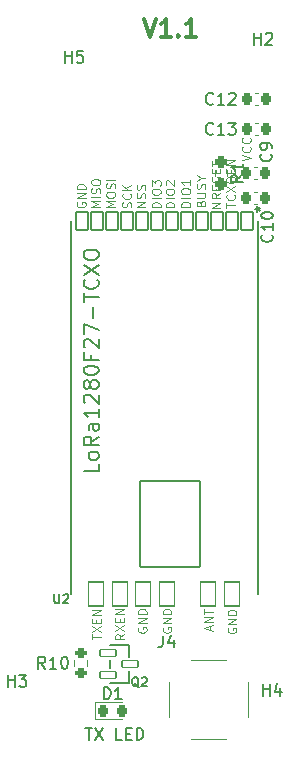
<source format=gto>
%TF.GenerationSoftware,KiCad,Pcbnew,7.0.6*%
%TF.CreationDate,2024-05-06T19:07:49-07:00*%
%TF.ProjectId,2400_TCXO_RPi,32343030-5f54-4435-984f-5f5250692e6b,1.0*%
%TF.SameCoordinates,Original*%
%TF.FileFunction,Legend,Top*%
%TF.FilePolarity,Positive*%
%FSLAX46Y46*%
G04 Gerber Fmt 4.6, Leading zero omitted, Abs format (unit mm)*
G04 Created by KiCad (PCBNEW 7.0.6) date 2024-05-06 19:07:49*
%MOMM*%
%LPD*%
G01*
G04 APERTURE LIST*
G04 Aperture macros list*
%AMRoundRect*
0 Rectangle with rounded corners*
0 $1 Rounding radius*
0 $2 $3 $4 $5 $6 $7 $8 $9 X,Y pos of 4 corners*
0 Add a 4 corners polygon primitive as box body*
4,1,4,$2,$3,$4,$5,$6,$7,$8,$9,$2,$3,0*
0 Add four circle primitives for the rounded corners*
1,1,$1+$1,$2,$3*
1,1,$1+$1,$4,$5*
1,1,$1+$1,$6,$7*
1,1,$1+$1,$8,$9*
0 Add four rect primitives between the rounded corners*
20,1,$1+$1,$2,$3,$4,$5,0*
20,1,$1+$1,$4,$5,$6,$7,0*
20,1,$1+$1,$6,$7,$8,$9,0*
20,1,$1+$1,$8,$9,$2,$3,0*%
G04 Aperture macros list end*
%ADD10C,0.300000*%
%ADD11C,0.100000*%
%ADD12C,0.200000*%
%ADD13C,0.150000*%
%ADD14C,0.154432*%
%ADD15C,0.127000*%
%ADD16C,0.120000*%
%ADD17C,0.152400*%
%ADD18RoundRect,0.237500X-0.237500X0.250000X-0.237500X-0.250000X0.237500X-0.250000X0.237500X0.250000X0*%
%ADD19RoundRect,0.063500X-0.660400X0.279400X-0.660400X-0.279400X0.660400X-0.279400X0.660400X0.279400X0*%
%ADD20C,4.700000*%
%ADD21RoundRect,0.225000X-0.225000X-0.250000X0.225000X-0.250000X0.225000X0.250000X-0.225000X0.250000X0*%
%ADD22RoundRect,0.218750X-0.218750X-0.256250X0.218750X-0.256250X0.218750X0.256250X-0.218750X0.256250X0*%
%ADD23RoundRect,0.063500X-0.487500X0.750000X-0.487500X-0.750000X0.487500X-0.750000X0.487500X0.750000X0*%
%ADD24RoundRect,0.063500X-0.650000X1.000000X-0.650000X-1.000000X0.650000X-1.000000X0.650000X1.000000X0*%
%ADD25RoundRect,0.063500X-2.550000X3.650000X-2.550000X-3.650000X2.550000X-3.650000X2.550000X3.650000X0*%
%ADD26RoundRect,0.200000X0.275000X-0.200000X0.275000X0.200000X-0.275000X0.200000X-0.275000X-0.200000X0*%
%ADD27C,2.050000*%
%ADD28C,2.250000*%
%ADD29R,1.700000X1.700000*%
%ADD30O,1.700000X1.700000*%
G04 APERTURE END LIST*
D10*
X137362225Y-50352828D02*
X137862225Y-51852828D01*
X137862225Y-51852828D02*
X138362225Y-50352828D01*
X139647939Y-51852828D02*
X138790796Y-51852828D01*
X139219367Y-51852828D02*
X139219367Y-50352828D01*
X139219367Y-50352828D02*
X139076510Y-50567114D01*
X139076510Y-50567114D02*
X138933653Y-50709971D01*
X138933653Y-50709971D02*
X138790796Y-50781400D01*
X140290795Y-51709971D02*
X140362224Y-51781400D01*
X140362224Y-51781400D02*
X140290795Y-51852828D01*
X140290795Y-51852828D02*
X140219367Y-51781400D01*
X140219367Y-51781400D02*
X140290795Y-51709971D01*
X140290795Y-51709971D02*
X140290795Y-51852828D01*
X141790796Y-51852828D02*
X140933653Y-51852828D01*
X141362224Y-51852828D02*
X141362224Y-50352828D01*
X141362224Y-50352828D02*
X141219367Y-50567114D01*
X141219367Y-50567114D02*
X141076510Y-50709971D01*
X141076510Y-50709971D02*
X140933653Y-50781400D01*
D11*
X139953014Y-66280639D02*
X139203014Y-66280639D01*
X139203014Y-66280639D02*
X139203014Y-66102068D01*
X139203014Y-66102068D02*
X139238728Y-65994925D01*
X139238728Y-65994925D02*
X139310157Y-65923496D01*
X139310157Y-65923496D02*
X139381585Y-65887782D01*
X139381585Y-65887782D02*
X139524442Y-65852068D01*
X139524442Y-65852068D02*
X139631585Y-65852068D01*
X139631585Y-65852068D02*
X139774442Y-65887782D01*
X139774442Y-65887782D02*
X139845871Y-65923496D01*
X139845871Y-65923496D02*
X139917300Y-65994925D01*
X139917300Y-65994925D02*
X139953014Y-66102068D01*
X139953014Y-66102068D02*
X139953014Y-66280639D01*
X139953014Y-65530639D02*
X139203014Y-65530639D01*
X139203014Y-65030639D02*
X139203014Y-64887782D01*
X139203014Y-64887782D02*
X139238728Y-64816353D01*
X139238728Y-64816353D02*
X139310157Y-64744925D01*
X139310157Y-64744925D02*
X139453014Y-64709210D01*
X139453014Y-64709210D02*
X139703014Y-64709210D01*
X139703014Y-64709210D02*
X139845871Y-64744925D01*
X139845871Y-64744925D02*
X139917300Y-64816353D01*
X139917300Y-64816353D02*
X139953014Y-64887782D01*
X139953014Y-64887782D02*
X139953014Y-65030639D01*
X139953014Y-65030639D02*
X139917300Y-65102068D01*
X139917300Y-65102068D02*
X139845871Y-65173496D01*
X139845871Y-65173496D02*
X139703014Y-65209210D01*
X139703014Y-65209210D02*
X139453014Y-65209210D01*
X139453014Y-65209210D02*
X139310157Y-65173496D01*
X139310157Y-65173496D02*
X139238728Y-65102068D01*
X139238728Y-65102068D02*
X139203014Y-65030639D01*
X139274442Y-64423496D02*
X139238728Y-64387782D01*
X139238728Y-64387782D02*
X139203014Y-64316354D01*
X139203014Y-64316354D02*
X139203014Y-64137782D01*
X139203014Y-64137782D02*
X139238728Y-64066354D01*
X139238728Y-64066354D02*
X139274442Y-64030639D01*
X139274442Y-64030639D02*
X139345871Y-63994925D01*
X139345871Y-63994925D02*
X139417300Y-63994925D01*
X139417300Y-63994925D02*
X139524442Y-64030639D01*
X139524442Y-64030639D02*
X139953014Y-64459211D01*
X139953014Y-64459211D02*
X139953014Y-63994925D01*
X141278014Y-66230639D02*
X140528014Y-66230639D01*
X140528014Y-66230639D02*
X140528014Y-66052068D01*
X140528014Y-66052068D02*
X140563728Y-65944925D01*
X140563728Y-65944925D02*
X140635157Y-65873496D01*
X140635157Y-65873496D02*
X140706585Y-65837782D01*
X140706585Y-65837782D02*
X140849442Y-65802068D01*
X140849442Y-65802068D02*
X140956585Y-65802068D01*
X140956585Y-65802068D02*
X141099442Y-65837782D01*
X141099442Y-65837782D02*
X141170871Y-65873496D01*
X141170871Y-65873496D02*
X141242300Y-65944925D01*
X141242300Y-65944925D02*
X141278014Y-66052068D01*
X141278014Y-66052068D02*
X141278014Y-66230639D01*
X141278014Y-65480639D02*
X140528014Y-65480639D01*
X140528014Y-64980639D02*
X140528014Y-64837782D01*
X140528014Y-64837782D02*
X140563728Y-64766353D01*
X140563728Y-64766353D02*
X140635157Y-64694925D01*
X140635157Y-64694925D02*
X140778014Y-64659210D01*
X140778014Y-64659210D02*
X141028014Y-64659210D01*
X141028014Y-64659210D02*
X141170871Y-64694925D01*
X141170871Y-64694925D02*
X141242300Y-64766353D01*
X141242300Y-64766353D02*
X141278014Y-64837782D01*
X141278014Y-64837782D02*
X141278014Y-64980639D01*
X141278014Y-64980639D02*
X141242300Y-65052068D01*
X141242300Y-65052068D02*
X141170871Y-65123496D01*
X141170871Y-65123496D02*
X141028014Y-65159210D01*
X141028014Y-65159210D02*
X140778014Y-65159210D01*
X140778014Y-65159210D02*
X140635157Y-65123496D01*
X140635157Y-65123496D02*
X140563728Y-65052068D01*
X140563728Y-65052068D02*
X140528014Y-64980639D01*
X141278014Y-63944925D02*
X141278014Y-64373496D01*
X141278014Y-64159211D02*
X140528014Y-64159211D01*
X140528014Y-64159211D02*
X140635157Y-64230639D01*
X140635157Y-64230639D02*
X140706585Y-64302068D01*
X140706585Y-64302068D02*
X140742300Y-64373496D01*
X142185157Y-65955639D02*
X142220871Y-65848496D01*
X142220871Y-65848496D02*
X142256585Y-65812782D01*
X142256585Y-65812782D02*
X142328014Y-65777068D01*
X142328014Y-65777068D02*
X142435157Y-65777068D01*
X142435157Y-65777068D02*
X142506585Y-65812782D01*
X142506585Y-65812782D02*
X142542300Y-65848496D01*
X142542300Y-65848496D02*
X142578014Y-65919925D01*
X142578014Y-65919925D02*
X142578014Y-66205639D01*
X142578014Y-66205639D02*
X141828014Y-66205639D01*
X141828014Y-66205639D02*
X141828014Y-65955639D01*
X141828014Y-65955639D02*
X141863728Y-65884211D01*
X141863728Y-65884211D02*
X141899442Y-65848496D01*
X141899442Y-65848496D02*
X141970871Y-65812782D01*
X141970871Y-65812782D02*
X142042300Y-65812782D01*
X142042300Y-65812782D02*
X142113728Y-65848496D01*
X142113728Y-65848496D02*
X142149442Y-65884211D01*
X142149442Y-65884211D02*
X142185157Y-65955639D01*
X142185157Y-65955639D02*
X142185157Y-66205639D01*
X141828014Y-65455639D02*
X142435157Y-65455639D01*
X142435157Y-65455639D02*
X142506585Y-65419925D01*
X142506585Y-65419925D02*
X142542300Y-65384211D01*
X142542300Y-65384211D02*
X142578014Y-65312782D01*
X142578014Y-65312782D02*
X142578014Y-65169925D01*
X142578014Y-65169925D02*
X142542300Y-65098496D01*
X142542300Y-65098496D02*
X142506585Y-65062782D01*
X142506585Y-65062782D02*
X142435157Y-65027068D01*
X142435157Y-65027068D02*
X141828014Y-65027068D01*
X142542300Y-64705639D02*
X142578014Y-64598497D01*
X142578014Y-64598497D02*
X142578014Y-64419925D01*
X142578014Y-64419925D02*
X142542300Y-64348497D01*
X142542300Y-64348497D02*
X142506585Y-64312782D01*
X142506585Y-64312782D02*
X142435157Y-64277068D01*
X142435157Y-64277068D02*
X142363728Y-64277068D01*
X142363728Y-64277068D02*
X142292300Y-64312782D01*
X142292300Y-64312782D02*
X142256585Y-64348497D01*
X142256585Y-64348497D02*
X142220871Y-64419925D01*
X142220871Y-64419925D02*
X142185157Y-64562782D01*
X142185157Y-64562782D02*
X142149442Y-64634211D01*
X142149442Y-64634211D02*
X142113728Y-64669925D01*
X142113728Y-64669925D02*
X142042300Y-64705639D01*
X142042300Y-64705639D02*
X141970871Y-64705639D01*
X141970871Y-64705639D02*
X141899442Y-64669925D01*
X141899442Y-64669925D02*
X141863728Y-64634211D01*
X141863728Y-64634211D02*
X141828014Y-64562782D01*
X141828014Y-64562782D02*
X141828014Y-64384211D01*
X141828014Y-64384211D02*
X141863728Y-64277068D01*
X142220871Y-63812782D02*
X142578014Y-63812782D01*
X141828014Y-64062782D02*
X142220871Y-63812782D01*
X142220871Y-63812782D02*
X141828014Y-63562782D01*
X136267300Y-66291353D02*
X136303014Y-66184211D01*
X136303014Y-66184211D02*
X136303014Y-66005639D01*
X136303014Y-66005639D02*
X136267300Y-65934211D01*
X136267300Y-65934211D02*
X136231585Y-65898496D01*
X136231585Y-65898496D02*
X136160157Y-65862782D01*
X136160157Y-65862782D02*
X136088728Y-65862782D01*
X136088728Y-65862782D02*
X136017300Y-65898496D01*
X136017300Y-65898496D02*
X135981585Y-65934211D01*
X135981585Y-65934211D02*
X135945871Y-66005639D01*
X135945871Y-66005639D02*
X135910157Y-66148496D01*
X135910157Y-66148496D02*
X135874442Y-66219925D01*
X135874442Y-66219925D02*
X135838728Y-66255639D01*
X135838728Y-66255639D02*
X135767300Y-66291353D01*
X135767300Y-66291353D02*
X135695871Y-66291353D01*
X135695871Y-66291353D02*
X135624442Y-66255639D01*
X135624442Y-66255639D02*
X135588728Y-66219925D01*
X135588728Y-66219925D02*
X135553014Y-66148496D01*
X135553014Y-66148496D02*
X135553014Y-65969925D01*
X135553014Y-65969925D02*
X135588728Y-65862782D01*
X136231585Y-65112782D02*
X136267300Y-65148496D01*
X136267300Y-65148496D02*
X136303014Y-65255639D01*
X136303014Y-65255639D02*
X136303014Y-65327067D01*
X136303014Y-65327067D02*
X136267300Y-65434210D01*
X136267300Y-65434210D02*
X136195871Y-65505639D01*
X136195871Y-65505639D02*
X136124442Y-65541353D01*
X136124442Y-65541353D02*
X135981585Y-65577067D01*
X135981585Y-65577067D02*
X135874442Y-65577067D01*
X135874442Y-65577067D02*
X135731585Y-65541353D01*
X135731585Y-65541353D02*
X135660157Y-65505639D01*
X135660157Y-65505639D02*
X135588728Y-65434210D01*
X135588728Y-65434210D02*
X135553014Y-65327067D01*
X135553014Y-65327067D02*
X135553014Y-65255639D01*
X135553014Y-65255639D02*
X135588728Y-65148496D01*
X135588728Y-65148496D02*
X135624442Y-65112782D01*
X136303014Y-64791353D02*
X135553014Y-64791353D01*
X136303014Y-64362782D02*
X135874442Y-64684210D01*
X135553014Y-64362782D02*
X135981585Y-64791353D01*
X144353014Y-66312782D02*
X144353014Y-65884211D01*
X145103014Y-66098496D02*
X144353014Y-66098496D01*
X145031585Y-65205639D02*
X145067300Y-65241353D01*
X145067300Y-65241353D02*
X145103014Y-65348496D01*
X145103014Y-65348496D02*
X145103014Y-65419924D01*
X145103014Y-65419924D02*
X145067300Y-65527067D01*
X145067300Y-65527067D02*
X144995871Y-65598496D01*
X144995871Y-65598496D02*
X144924442Y-65634210D01*
X144924442Y-65634210D02*
X144781585Y-65669924D01*
X144781585Y-65669924D02*
X144674442Y-65669924D01*
X144674442Y-65669924D02*
X144531585Y-65634210D01*
X144531585Y-65634210D02*
X144460157Y-65598496D01*
X144460157Y-65598496D02*
X144388728Y-65527067D01*
X144388728Y-65527067D02*
X144353014Y-65419924D01*
X144353014Y-65419924D02*
X144353014Y-65348496D01*
X144353014Y-65348496D02*
X144388728Y-65241353D01*
X144388728Y-65241353D02*
X144424442Y-65205639D01*
X144353014Y-64955639D02*
X145103014Y-64455639D01*
X144353014Y-64455639D02*
X145103014Y-64955639D01*
X144353014Y-64027067D02*
X144353014Y-63884210D01*
X144353014Y-63884210D02*
X144388728Y-63812781D01*
X144388728Y-63812781D02*
X144460157Y-63741353D01*
X144460157Y-63741353D02*
X144603014Y-63705638D01*
X144603014Y-63705638D02*
X144853014Y-63705638D01*
X144853014Y-63705638D02*
X144995871Y-63741353D01*
X144995871Y-63741353D02*
X145067300Y-63812781D01*
X145067300Y-63812781D02*
X145103014Y-63884210D01*
X145103014Y-63884210D02*
X145103014Y-64027067D01*
X145103014Y-64027067D02*
X145067300Y-64098496D01*
X145067300Y-64098496D02*
X144995871Y-64169924D01*
X144995871Y-64169924D02*
X144853014Y-64205638D01*
X144853014Y-64205638D02*
X144603014Y-64205638D01*
X144603014Y-64205638D02*
X144460157Y-64169924D01*
X144460157Y-64169924D02*
X144388728Y-64098496D01*
X144388728Y-64098496D02*
X144353014Y-64027067D01*
X144710157Y-63384210D02*
X144710157Y-63134210D01*
X145103014Y-63027067D02*
X145103014Y-63384210D01*
X145103014Y-63384210D02*
X144353014Y-63384210D01*
X144353014Y-63384210D02*
X144353014Y-63027067D01*
X145103014Y-62705639D02*
X144353014Y-62705639D01*
X144353014Y-62705639D02*
X145103014Y-62277068D01*
X145103014Y-62277068D02*
X144353014Y-62277068D01*
X138988728Y-101862782D02*
X138953014Y-101934211D01*
X138953014Y-101934211D02*
X138953014Y-102041353D01*
X138953014Y-102041353D02*
X138988728Y-102148496D01*
X138988728Y-102148496D02*
X139060157Y-102219925D01*
X139060157Y-102219925D02*
X139131585Y-102255639D01*
X139131585Y-102255639D02*
X139274442Y-102291353D01*
X139274442Y-102291353D02*
X139381585Y-102291353D01*
X139381585Y-102291353D02*
X139524442Y-102255639D01*
X139524442Y-102255639D02*
X139595871Y-102219925D01*
X139595871Y-102219925D02*
X139667300Y-102148496D01*
X139667300Y-102148496D02*
X139703014Y-102041353D01*
X139703014Y-102041353D02*
X139703014Y-101969925D01*
X139703014Y-101969925D02*
X139667300Y-101862782D01*
X139667300Y-101862782D02*
X139631585Y-101827068D01*
X139631585Y-101827068D02*
X139381585Y-101827068D01*
X139381585Y-101827068D02*
X139381585Y-101969925D01*
X139703014Y-101505639D02*
X138953014Y-101505639D01*
X138953014Y-101505639D02*
X139703014Y-101077068D01*
X139703014Y-101077068D02*
X138953014Y-101077068D01*
X139703014Y-100719925D02*
X138953014Y-100719925D01*
X138953014Y-100719925D02*
X138953014Y-100541354D01*
X138953014Y-100541354D02*
X138988728Y-100434211D01*
X138988728Y-100434211D02*
X139060157Y-100362782D01*
X139060157Y-100362782D02*
X139131585Y-100327068D01*
X139131585Y-100327068D02*
X139274442Y-100291354D01*
X139274442Y-100291354D02*
X139381585Y-100291354D01*
X139381585Y-100291354D02*
X139524442Y-100327068D01*
X139524442Y-100327068D02*
X139595871Y-100362782D01*
X139595871Y-100362782D02*
X139667300Y-100434211D01*
X139667300Y-100434211D02*
X139703014Y-100541354D01*
X139703014Y-100541354D02*
X139703014Y-100719925D01*
X134928014Y-66280639D02*
X134178014Y-66280639D01*
X134178014Y-66280639D02*
X134713728Y-66030639D01*
X134713728Y-66030639D02*
X134178014Y-65780639D01*
X134178014Y-65780639D02*
X134928014Y-65780639D01*
X134178014Y-65280639D02*
X134178014Y-65137782D01*
X134178014Y-65137782D02*
X134213728Y-65066353D01*
X134213728Y-65066353D02*
X134285157Y-64994925D01*
X134285157Y-64994925D02*
X134428014Y-64959210D01*
X134428014Y-64959210D02*
X134678014Y-64959210D01*
X134678014Y-64959210D02*
X134820871Y-64994925D01*
X134820871Y-64994925D02*
X134892300Y-65066353D01*
X134892300Y-65066353D02*
X134928014Y-65137782D01*
X134928014Y-65137782D02*
X134928014Y-65280639D01*
X134928014Y-65280639D02*
X134892300Y-65352068D01*
X134892300Y-65352068D02*
X134820871Y-65423496D01*
X134820871Y-65423496D02*
X134678014Y-65459210D01*
X134678014Y-65459210D02*
X134428014Y-65459210D01*
X134428014Y-65459210D02*
X134285157Y-65423496D01*
X134285157Y-65423496D02*
X134213728Y-65352068D01*
X134213728Y-65352068D02*
X134178014Y-65280639D01*
X134892300Y-64673496D02*
X134928014Y-64566354D01*
X134928014Y-64566354D02*
X134928014Y-64387782D01*
X134928014Y-64387782D02*
X134892300Y-64316354D01*
X134892300Y-64316354D02*
X134856585Y-64280639D01*
X134856585Y-64280639D02*
X134785157Y-64244925D01*
X134785157Y-64244925D02*
X134713728Y-64244925D01*
X134713728Y-64244925D02*
X134642300Y-64280639D01*
X134642300Y-64280639D02*
X134606585Y-64316354D01*
X134606585Y-64316354D02*
X134570871Y-64387782D01*
X134570871Y-64387782D02*
X134535157Y-64530639D01*
X134535157Y-64530639D02*
X134499442Y-64602068D01*
X134499442Y-64602068D02*
X134463728Y-64637782D01*
X134463728Y-64637782D02*
X134392300Y-64673496D01*
X134392300Y-64673496D02*
X134320871Y-64673496D01*
X134320871Y-64673496D02*
X134249442Y-64637782D01*
X134249442Y-64637782D02*
X134213728Y-64602068D01*
X134213728Y-64602068D02*
X134178014Y-64530639D01*
X134178014Y-64530639D02*
X134178014Y-64352068D01*
X134178014Y-64352068D02*
X134213728Y-64244925D01*
X134928014Y-63923496D02*
X134178014Y-63923496D01*
X137503014Y-66255639D02*
X136753014Y-66255639D01*
X136753014Y-66255639D02*
X137503014Y-65827068D01*
X137503014Y-65827068D02*
X136753014Y-65827068D01*
X137467300Y-65505639D02*
X137503014Y-65398497D01*
X137503014Y-65398497D02*
X137503014Y-65219925D01*
X137503014Y-65219925D02*
X137467300Y-65148497D01*
X137467300Y-65148497D02*
X137431585Y-65112782D01*
X137431585Y-65112782D02*
X137360157Y-65077068D01*
X137360157Y-65077068D02*
X137288728Y-65077068D01*
X137288728Y-65077068D02*
X137217300Y-65112782D01*
X137217300Y-65112782D02*
X137181585Y-65148497D01*
X137181585Y-65148497D02*
X137145871Y-65219925D01*
X137145871Y-65219925D02*
X137110157Y-65362782D01*
X137110157Y-65362782D02*
X137074442Y-65434211D01*
X137074442Y-65434211D02*
X137038728Y-65469925D01*
X137038728Y-65469925D02*
X136967300Y-65505639D01*
X136967300Y-65505639D02*
X136895871Y-65505639D01*
X136895871Y-65505639D02*
X136824442Y-65469925D01*
X136824442Y-65469925D02*
X136788728Y-65434211D01*
X136788728Y-65434211D02*
X136753014Y-65362782D01*
X136753014Y-65362782D02*
X136753014Y-65184211D01*
X136753014Y-65184211D02*
X136788728Y-65077068D01*
X137467300Y-64791353D02*
X137503014Y-64684211D01*
X137503014Y-64684211D02*
X137503014Y-64505639D01*
X137503014Y-64505639D02*
X137467300Y-64434211D01*
X137467300Y-64434211D02*
X137431585Y-64398496D01*
X137431585Y-64398496D02*
X137360157Y-64362782D01*
X137360157Y-64362782D02*
X137288728Y-64362782D01*
X137288728Y-64362782D02*
X137217300Y-64398496D01*
X137217300Y-64398496D02*
X137181585Y-64434211D01*
X137181585Y-64434211D02*
X137145871Y-64505639D01*
X137145871Y-64505639D02*
X137110157Y-64648496D01*
X137110157Y-64648496D02*
X137074442Y-64719925D01*
X137074442Y-64719925D02*
X137038728Y-64755639D01*
X137038728Y-64755639D02*
X136967300Y-64791353D01*
X136967300Y-64791353D02*
X136895871Y-64791353D01*
X136895871Y-64791353D02*
X136824442Y-64755639D01*
X136824442Y-64755639D02*
X136788728Y-64719925D01*
X136788728Y-64719925D02*
X136753014Y-64648496D01*
X136753014Y-64648496D02*
X136753014Y-64469925D01*
X136753014Y-64469925D02*
X136788728Y-64362782D01*
X133678014Y-66280639D02*
X132928014Y-66280639D01*
X132928014Y-66280639D02*
X133463728Y-66030639D01*
X133463728Y-66030639D02*
X132928014Y-65780639D01*
X132928014Y-65780639D02*
X133678014Y-65780639D01*
X133678014Y-65423496D02*
X132928014Y-65423496D01*
X133642300Y-65102067D02*
X133678014Y-64994925D01*
X133678014Y-64994925D02*
X133678014Y-64816353D01*
X133678014Y-64816353D02*
X133642300Y-64744925D01*
X133642300Y-64744925D02*
X133606585Y-64709210D01*
X133606585Y-64709210D02*
X133535157Y-64673496D01*
X133535157Y-64673496D02*
X133463728Y-64673496D01*
X133463728Y-64673496D02*
X133392300Y-64709210D01*
X133392300Y-64709210D02*
X133356585Y-64744925D01*
X133356585Y-64744925D02*
X133320871Y-64816353D01*
X133320871Y-64816353D02*
X133285157Y-64959210D01*
X133285157Y-64959210D02*
X133249442Y-65030639D01*
X133249442Y-65030639D02*
X133213728Y-65066353D01*
X133213728Y-65066353D02*
X133142300Y-65102067D01*
X133142300Y-65102067D02*
X133070871Y-65102067D01*
X133070871Y-65102067D02*
X132999442Y-65066353D01*
X132999442Y-65066353D02*
X132963728Y-65030639D01*
X132963728Y-65030639D02*
X132928014Y-64959210D01*
X132928014Y-64959210D02*
X132928014Y-64780639D01*
X132928014Y-64780639D02*
X132963728Y-64673496D01*
X132928014Y-64209210D02*
X132928014Y-64066353D01*
X132928014Y-64066353D02*
X132963728Y-63994924D01*
X132963728Y-63994924D02*
X133035157Y-63923496D01*
X133035157Y-63923496D02*
X133178014Y-63887781D01*
X133178014Y-63887781D02*
X133428014Y-63887781D01*
X133428014Y-63887781D02*
X133570871Y-63923496D01*
X133570871Y-63923496D02*
X133642300Y-63994924D01*
X133642300Y-63994924D02*
X133678014Y-64066353D01*
X133678014Y-64066353D02*
X133678014Y-64209210D01*
X133678014Y-64209210D02*
X133642300Y-64280639D01*
X133642300Y-64280639D02*
X133570871Y-64352067D01*
X133570871Y-64352067D02*
X133428014Y-64387781D01*
X133428014Y-64387781D02*
X133178014Y-64387781D01*
X133178014Y-64387781D02*
X133035157Y-64352067D01*
X133035157Y-64352067D02*
X132963728Y-64280639D01*
X132963728Y-64280639D02*
X132928014Y-64209210D01*
X135703014Y-102427068D02*
X135345871Y-102677068D01*
X135703014Y-102855639D02*
X134953014Y-102855639D01*
X134953014Y-102855639D02*
X134953014Y-102569925D01*
X134953014Y-102569925D02*
X134988728Y-102498496D01*
X134988728Y-102498496D02*
X135024442Y-102462782D01*
X135024442Y-102462782D02*
X135095871Y-102427068D01*
X135095871Y-102427068D02*
X135203014Y-102427068D01*
X135203014Y-102427068D02*
X135274442Y-102462782D01*
X135274442Y-102462782D02*
X135310157Y-102498496D01*
X135310157Y-102498496D02*
X135345871Y-102569925D01*
X135345871Y-102569925D02*
X135345871Y-102855639D01*
X134953014Y-102177068D02*
X135703014Y-101677068D01*
X134953014Y-101677068D02*
X135703014Y-102177068D01*
X135310157Y-101391353D02*
X135310157Y-101141353D01*
X135703014Y-101034210D02*
X135703014Y-101391353D01*
X135703014Y-101391353D02*
X134953014Y-101391353D01*
X134953014Y-101391353D02*
X134953014Y-101034210D01*
X135703014Y-100712782D02*
X134953014Y-100712782D01*
X134953014Y-100712782D02*
X135703014Y-100284211D01*
X135703014Y-100284211D02*
X134953014Y-100284211D01*
X131713728Y-65862782D02*
X131678014Y-65934211D01*
X131678014Y-65934211D02*
X131678014Y-66041353D01*
X131678014Y-66041353D02*
X131713728Y-66148496D01*
X131713728Y-66148496D02*
X131785157Y-66219925D01*
X131785157Y-66219925D02*
X131856585Y-66255639D01*
X131856585Y-66255639D02*
X131999442Y-66291353D01*
X131999442Y-66291353D02*
X132106585Y-66291353D01*
X132106585Y-66291353D02*
X132249442Y-66255639D01*
X132249442Y-66255639D02*
X132320871Y-66219925D01*
X132320871Y-66219925D02*
X132392300Y-66148496D01*
X132392300Y-66148496D02*
X132428014Y-66041353D01*
X132428014Y-66041353D02*
X132428014Y-65969925D01*
X132428014Y-65969925D02*
X132392300Y-65862782D01*
X132392300Y-65862782D02*
X132356585Y-65827068D01*
X132356585Y-65827068D02*
X132106585Y-65827068D01*
X132106585Y-65827068D02*
X132106585Y-65969925D01*
X132428014Y-65505639D02*
X131678014Y-65505639D01*
X131678014Y-65505639D02*
X132428014Y-65077068D01*
X132428014Y-65077068D02*
X131678014Y-65077068D01*
X132428014Y-64719925D02*
X131678014Y-64719925D01*
X131678014Y-64719925D02*
X131678014Y-64541354D01*
X131678014Y-64541354D02*
X131713728Y-64434211D01*
X131713728Y-64434211D02*
X131785157Y-64362782D01*
X131785157Y-64362782D02*
X131856585Y-64327068D01*
X131856585Y-64327068D02*
X131999442Y-64291354D01*
X131999442Y-64291354D02*
X132106585Y-64291354D01*
X132106585Y-64291354D02*
X132249442Y-64327068D01*
X132249442Y-64327068D02*
X132320871Y-64362782D01*
X132320871Y-64362782D02*
X132392300Y-64434211D01*
X132392300Y-64434211D02*
X132428014Y-64541354D01*
X132428014Y-64541354D02*
X132428014Y-64719925D01*
X138778014Y-66280639D02*
X138028014Y-66280639D01*
X138028014Y-66280639D02*
X138028014Y-66102068D01*
X138028014Y-66102068D02*
X138063728Y-65994925D01*
X138063728Y-65994925D02*
X138135157Y-65923496D01*
X138135157Y-65923496D02*
X138206585Y-65887782D01*
X138206585Y-65887782D02*
X138349442Y-65852068D01*
X138349442Y-65852068D02*
X138456585Y-65852068D01*
X138456585Y-65852068D02*
X138599442Y-65887782D01*
X138599442Y-65887782D02*
X138670871Y-65923496D01*
X138670871Y-65923496D02*
X138742300Y-65994925D01*
X138742300Y-65994925D02*
X138778014Y-66102068D01*
X138778014Y-66102068D02*
X138778014Y-66280639D01*
X138778014Y-65530639D02*
X138028014Y-65530639D01*
X138028014Y-65030639D02*
X138028014Y-64887782D01*
X138028014Y-64887782D02*
X138063728Y-64816353D01*
X138063728Y-64816353D02*
X138135157Y-64744925D01*
X138135157Y-64744925D02*
X138278014Y-64709210D01*
X138278014Y-64709210D02*
X138528014Y-64709210D01*
X138528014Y-64709210D02*
X138670871Y-64744925D01*
X138670871Y-64744925D02*
X138742300Y-64816353D01*
X138742300Y-64816353D02*
X138778014Y-64887782D01*
X138778014Y-64887782D02*
X138778014Y-65030639D01*
X138778014Y-65030639D02*
X138742300Y-65102068D01*
X138742300Y-65102068D02*
X138670871Y-65173496D01*
X138670871Y-65173496D02*
X138528014Y-65209210D01*
X138528014Y-65209210D02*
X138278014Y-65209210D01*
X138278014Y-65209210D02*
X138135157Y-65173496D01*
X138135157Y-65173496D02*
X138063728Y-65102068D01*
X138063728Y-65102068D02*
X138028014Y-65030639D01*
X138028014Y-64459211D02*
X138028014Y-63994925D01*
X138028014Y-63994925D02*
X138313728Y-64244925D01*
X138313728Y-64244925D02*
X138313728Y-64137782D01*
X138313728Y-64137782D02*
X138349442Y-64066354D01*
X138349442Y-64066354D02*
X138385157Y-64030639D01*
X138385157Y-64030639D02*
X138456585Y-63994925D01*
X138456585Y-63994925D02*
X138635157Y-63994925D01*
X138635157Y-63994925D02*
X138706585Y-64030639D01*
X138706585Y-64030639D02*
X138742300Y-64066354D01*
X138742300Y-64066354D02*
X138778014Y-64137782D01*
X138778014Y-64137782D02*
X138778014Y-64352068D01*
X138778014Y-64352068D02*
X138742300Y-64423496D01*
X138742300Y-64423496D02*
X138706585Y-64459211D01*
X143853014Y-66305639D02*
X143103014Y-66305639D01*
X143103014Y-66305639D02*
X143853014Y-65877068D01*
X143853014Y-65877068D02*
X143103014Y-65877068D01*
X143853014Y-65091354D02*
X143495871Y-65341354D01*
X143853014Y-65519925D02*
X143103014Y-65519925D01*
X143103014Y-65519925D02*
X143103014Y-65234211D01*
X143103014Y-65234211D02*
X143138728Y-65162782D01*
X143138728Y-65162782D02*
X143174442Y-65127068D01*
X143174442Y-65127068D02*
X143245871Y-65091354D01*
X143245871Y-65091354D02*
X143353014Y-65091354D01*
X143353014Y-65091354D02*
X143424442Y-65127068D01*
X143424442Y-65127068D02*
X143460157Y-65162782D01*
X143460157Y-65162782D02*
X143495871Y-65234211D01*
X143495871Y-65234211D02*
X143495871Y-65519925D01*
X143460157Y-64769925D02*
X143460157Y-64519925D01*
X143853014Y-64412782D02*
X143853014Y-64769925D01*
X143853014Y-64769925D02*
X143103014Y-64769925D01*
X143103014Y-64769925D02*
X143103014Y-64412782D01*
X143817300Y-64127068D02*
X143853014Y-64019926D01*
X143853014Y-64019926D02*
X143853014Y-63841354D01*
X143853014Y-63841354D02*
X143817300Y-63769926D01*
X143817300Y-63769926D02*
X143781585Y-63734211D01*
X143781585Y-63734211D02*
X143710157Y-63698497D01*
X143710157Y-63698497D02*
X143638728Y-63698497D01*
X143638728Y-63698497D02*
X143567300Y-63734211D01*
X143567300Y-63734211D02*
X143531585Y-63769926D01*
X143531585Y-63769926D02*
X143495871Y-63841354D01*
X143495871Y-63841354D02*
X143460157Y-63984211D01*
X143460157Y-63984211D02*
X143424442Y-64055640D01*
X143424442Y-64055640D02*
X143388728Y-64091354D01*
X143388728Y-64091354D02*
X143317300Y-64127068D01*
X143317300Y-64127068D02*
X143245871Y-64127068D01*
X143245871Y-64127068D02*
X143174442Y-64091354D01*
X143174442Y-64091354D02*
X143138728Y-64055640D01*
X143138728Y-64055640D02*
X143103014Y-63984211D01*
X143103014Y-63984211D02*
X143103014Y-63805640D01*
X143103014Y-63805640D02*
X143138728Y-63698497D01*
X143460157Y-63377068D02*
X143460157Y-63127068D01*
X143853014Y-63019925D02*
X143853014Y-63377068D01*
X143853014Y-63377068D02*
X143103014Y-63377068D01*
X143103014Y-63377068D02*
X143103014Y-63019925D01*
X143103014Y-62805640D02*
X143103014Y-62377069D01*
X143853014Y-62591354D02*
X143103014Y-62591354D01*
X144488728Y-101917782D02*
X144453014Y-101989211D01*
X144453014Y-101989211D02*
X144453014Y-102096353D01*
X144453014Y-102096353D02*
X144488728Y-102203496D01*
X144488728Y-102203496D02*
X144560157Y-102274925D01*
X144560157Y-102274925D02*
X144631585Y-102310639D01*
X144631585Y-102310639D02*
X144774442Y-102346353D01*
X144774442Y-102346353D02*
X144881585Y-102346353D01*
X144881585Y-102346353D02*
X145024442Y-102310639D01*
X145024442Y-102310639D02*
X145095871Y-102274925D01*
X145095871Y-102274925D02*
X145167300Y-102203496D01*
X145167300Y-102203496D02*
X145203014Y-102096353D01*
X145203014Y-102096353D02*
X145203014Y-102024925D01*
X145203014Y-102024925D02*
X145167300Y-101917782D01*
X145167300Y-101917782D02*
X145131585Y-101882068D01*
X145131585Y-101882068D02*
X144881585Y-101882068D01*
X144881585Y-101882068D02*
X144881585Y-102024925D01*
X145203014Y-101560639D02*
X144453014Y-101560639D01*
X144453014Y-101560639D02*
X145203014Y-101132068D01*
X145203014Y-101132068D02*
X144453014Y-101132068D01*
X145203014Y-100774925D02*
X144453014Y-100774925D01*
X144453014Y-100774925D02*
X144453014Y-100596354D01*
X144453014Y-100596354D02*
X144488728Y-100489211D01*
X144488728Y-100489211D02*
X144560157Y-100417782D01*
X144560157Y-100417782D02*
X144631585Y-100382068D01*
X144631585Y-100382068D02*
X144774442Y-100346354D01*
X144774442Y-100346354D02*
X144881585Y-100346354D01*
X144881585Y-100346354D02*
X145024442Y-100382068D01*
X145024442Y-100382068D02*
X145095871Y-100417782D01*
X145095871Y-100417782D02*
X145167300Y-100489211D01*
X145167300Y-100489211D02*
X145203014Y-100596354D01*
X145203014Y-100596354D02*
X145203014Y-100774925D01*
D12*
X132422816Y-110355219D02*
X132994244Y-110355219D01*
X132708530Y-111355219D02*
X132708530Y-110355219D01*
X133232340Y-110355219D02*
X133899006Y-111355219D01*
X133899006Y-110355219D02*
X133232340Y-111355219D01*
X135518054Y-111355219D02*
X135041864Y-111355219D01*
X135041864Y-111355219D02*
X135041864Y-110355219D01*
X135851388Y-110831409D02*
X136184721Y-110831409D01*
X136327578Y-111355219D02*
X135851388Y-111355219D01*
X135851388Y-111355219D02*
X135851388Y-110355219D01*
X135851388Y-110355219D02*
X136327578Y-110355219D01*
X136756150Y-111355219D02*
X136756150Y-110355219D01*
X136756150Y-110355219D02*
X136994245Y-110355219D01*
X136994245Y-110355219D02*
X137137102Y-110402838D01*
X137137102Y-110402838D02*
X137232340Y-110498076D01*
X137232340Y-110498076D02*
X137279959Y-110593314D01*
X137279959Y-110593314D02*
X137327578Y-110783790D01*
X137327578Y-110783790D02*
X137327578Y-110926647D01*
X137327578Y-110926647D02*
X137279959Y-111117123D01*
X137279959Y-111117123D02*
X137232340Y-111212361D01*
X137232340Y-111212361D02*
X137137102Y-111307600D01*
X137137102Y-111307600D02*
X136994245Y-111355219D01*
X136994245Y-111355219D02*
X136756150Y-111355219D01*
D11*
X142988728Y-102091353D02*
X142988728Y-101734211D01*
X143203014Y-102162782D02*
X142453014Y-101912782D01*
X142453014Y-101912782D02*
X143203014Y-101662782D01*
X143203014Y-101412782D02*
X142453014Y-101412782D01*
X142453014Y-101412782D02*
X143203014Y-100984211D01*
X143203014Y-100984211D02*
X142453014Y-100984211D01*
X142453014Y-100734211D02*
X142453014Y-100305640D01*
X143203014Y-100519925D02*
X142453014Y-100519925D01*
X132953014Y-102862782D02*
X132953014Y-102434211D01*
X133703014Y-102648496D02*
X132953014Y-102648496D01*
X132953014Y-102255639D02*
X133703014Y-101755639D01*
X132953014Y-101755639D02*
X133703014Y-102255639D01*
X133310157Y-101469924D02*
X133310157Y-101219924D01*
X133703014Y-101112781D02*
X133703014Y-101469924D01*
X133703014Y-101469924D02*
X132953014Y-101469924D01*
X132953014Y-101469924D02*
X132953014Y-101112781D01*
X133703014Y-100791353D02*
X132953014Y-100791353D01*
X132953014Y-100791353D02*
X133703014Y-100362782D01*
X133703014Y-100362782D02*
X132953014Y-100362782D01*
X145678014Y-62312782D02*
X146428014Y-62062782D01*
X146428014Y-62062782D02*
X145678014Y-61812782D01*
X146356585Y-61134211D02*
X146392300Y-61169925D01*
X146392300Y-61169925D02*
X146428014Y-61277068D01*
X146428014Y-61277068D02*
X146428014Y-61348496D01*
X146428014Y-61348496D02*
X146392300Y-61455639D01*
X146392300Y-61455639D02*
X146320871Y-61527068D01*
X146320871Y-61527068D02*
X146249442Y-61562782D01*
X146249442Y-61562782D02*
X146106585Y-61598496D01*
X146106585Y-61598496D02*
X145999442Y-61598496D01*
X145999442Y-61598496D02*
X145856585Y-61562782D01*
X145856585Y-61562782D02*
X145785157Y-61527068D01*
X145785157Y-61527068D02*
X145713728Y-61455639D01*
X145713728Y-61455639D02*
X145678014Y-61348496D01*
X145678014Y-61348496D02*
X145678014Y-61277068D01*
X145678014Y-61277068D02*
X145713728Y-61169925D01*
X145713728Y-61169925D02*
X145749442Y-61134211D01*
X146356585Y-60384211D02*
X146392300Y-60419925D01*
X146392300Y-60419925D02*
X146428014Y-60527068D01*
X146428014Y-60527068D02*
X146428014Y-60598496D01*
X146428014Y-60598496D02*
X146392300Y-60705639D01*
X146392300Y-60705639D02*
X146320871Y-60777068D01*
X146320871Y-60777068D02*
X146249442Y-60812782D01*
X146249442Y-60812782D02*
X146106585Y-60848496D01*
X146106585Y-60848496D02*
X145999442Y-60848496D01*
X145999442Y-60848496D02*
X145856585Y-60812782D01*
X145856585Y-60812782D02*
X145785157Y-60777068D01*
X145785157Y-60777068D02*
X145713728Y-60705639D01*
X145713728Y-60705639D02*
X145678014Y-60598496D01*
X145678014Y-60598496D02*
X145678014Y-60527068D01*
X145678014Y-60527068D02*
X145713728Y-60419925D01*
X145713728Y-60419925D02*
X145749442Y-60384211D01*
X136888728Y-101862782D02*
X136853014Y-101934211D01*
X136853014Y-101934211D02*
X136853014Y-102041353D01*
X136853014Y-102041353D02*
X136888728Y-102148496D01*
X136888728Y-102148496D02*
X136960157Y-102219925D01*
X136960157Y-102219925D02*
X137031585Y-102255639D01*
X137031585Y-102255639D02*
X137174442Y-102291353D01*
X137174442Y-102291353D02*
X137281585Y-102291353D01*
X137281585Y-102291353D02*
X137424442Y-102255639D01*
X137424442Y-102255639D02*
X137495871Y-102219925D01*
X137495871Y-102219925D02*
X137567300Y-102148496D01*
X137567300Y-102148496D02*
X137603014Y-102041353D01*
X137603014Y-102041353D02*
X137603014Y-101969925D01*
X137603014Y-101969925D02*
X137567300Y-101862782D01*
X137567300Y-101862782D02*
X137531585Y-101827068D01*
X137531585Y-101827068D02*
X137281585Y-101827068D01*
X137281585Y-101827068D02*
X137281585Y-101969925D01*
X137603014Y-101505639D02*
X136853014Y-101505639D01*
X136853014Y-101505639D02*
X137603014Y-101077068D01*
X137603014Y-101077068D02*
X136853014Y-101077068D01*
X137603014Y-100719925D02*
X136853014Y-100719925D01*
X136853014Y-100719925D02*
X136853014Y-100541354D01*
X136853014Y-100541354D02*
X136888728Y-100434211D01*
X136888728Y-100434211D02*
X136960157Y-100362782D01*
X136960157Y-100362782D02*
X137031585Y-100327068D01*
X137031585Y-100327068D02*
X137174442Y-100291354D01*
X137174442Y-100291354D02*
X137281585Y-100291354D01*
X137281585Y-100291354D02*
X137424442Y-100327068D01*
X137424442Y-100327068D02*
X137495871Y-100362782D01*
X137495871Y-100362782D02*
X137567300Y-100434211D01*
X137567300Y-100434211D02*
X137603014Y-100541354D01*
X137603014Y-100541354D02*
X137603014Y-100719925D01*
D13*
X145764819Y-63545166D02*
X145288628Y-63878499D01*
X145764819Y-64116594D02*
X144764819Y-64116594D01*
X144764819Y-64116594D02*
X144764819Y-63735642D01*
X144764819Y-63735642D02*
X144812438Y-63640404D01*
X144812438Y-63640404D02*
X144860057Y-63592785D01*
X144860057Y-63592785D02*
X144955295Y-63545166D01*
X144955295Y-63545166D02*
X145098152Y-63545166D01*
X145098152Y-63545166D02*
X145193390Y-63592785D01*
X145193390Y-63592785D02*
X145241009Y-63640404D01*
X145241009Y-63640404D02*
X145288628Y-63735642D01*
X145288628Y-63735642D02*
X145288628Y-64116594D01*
X145764819Y-62592785D02*
X145764819Y-63164213D01*
X145764819Y-62878499D02*
X144764819Y-62878499D01*
X144764819Y-62878499D02*
X144907676Y-62973737D01*
X144907676Y-62973737D02*
X145002914Y-63068975D01*
X145002914Y-63068975D02*
X145050533Y-63164213D01*
D14*
X136940200Y-106896010D02*
X136866661Y-106859241D01*
X136866661Y-106859241D02*
X136793122Y-106785702D01*
X136793122Y-106785702D02*
X136682814Y-106675393D01*
X136682814Y-106675393D02*
X136609275Y-106638623D01*
X136609275Y-106638623D02*
X136535736Y-106638623D01*
X136572505Y-106822471D02*
X136498966Y-106785702D01*
X136498966Y-106785702D02*
X136425427Y-106712162D01*
X136425427Y-106712162D02*
X136388658Y-106565084D01*
X136388658Y-106565084D02*
X136388658Y-106307698D01*
X136388658Y-106307698D02*
X136425427Y-106160620D01*
X136425427Y-106160620D02*
X136498966Y-106087081D01*
X136498966Y-106087081D02*
X136572505Y-106050311D01*
X136572505Y-106050311D02*
X136719583Y-106050311D01*
X136719583Y-106050311D02*
X136793122Y-106087081D01*
X136793122Y-106087081D02*
X136866661Y-106160620D01*
X136866661Y-106160620D02*
X136903431Y-106307698D01*
X136903431Y-106307698D02*
X136903431Y-106565084D01*
X136903431Y-106565084D02*
X136866661Y-106712162D01*
X136866661Y-106712162D02*
X136793122Y-106785702D01*
X136793122Y-106785702D02*
X136719583Y-106822471D01*
X136719583Y-106822471D02*
X136572505Y-106822471D01*
X137197588Y-106123850D02*
X137234357Y-106087081D01*
X137234357Y-106087081D02*
X137307896Y-106050311D01*
X137307896Y-106050311D02*
X137491744Y-106050311D01*
X137491744Y-106050311D02*
X137565283Y-106087081D01*
X137565283Y-106087081D02*
X137602052Y-106123850D01*
X137602052Y-106123850D02*
X137638822Y-106197389D01*
X137638822Y-106197389D02*
X137638822Y-106270928D01*
X137638822Y-106270928D02*
X137602052Y-106381237D01*
X137602052Y-106381237D02*
X137160818Y-106822471D01*
X137160818Y-106822471D02*
X137638822Y-106822471D01*
D13*
X130672095Y-54030819D02*
X130672095Y-53030819D01*
X130672095Y-53507009D02*
X131243523Y-53507009D01*
X131243523Y-54030819D02*
X131243523Y-53030819D01*
X132195904Y-53030819D02*
X131719714Y-53030819D01*
X131719714Y-53030819D02*
X131672095Y-53507009D01*
X131672095Y-53507009D02*
X131719714Y-53459390D01*
X131719714Y-53459390D02*
X131814952Y-53411771D01*
X131814952Y-53411771D02*
X132053047Y-53411771D01*
X132053047Y-53411771D02*
X132148285Y-53459390D01*
X132148285Y-53459390D02*
X132195904Y-53507009D01*
X132195904Y-53507009D02*
X132243523Y-53602247D01*
X132243523Y-53602247D02*
X132243523Y-53840342D01*
X132243523Y-53840342D02*
X132195904Y-53935580D01*
X132195904Y-53935580D02*
X132148285Y-53983200D01*
X132148285Y-53983200D02*
X132053047Y-54030819D01*
X132053047Y-54030819D02*
X131814952Y-54030819D01*
X131814952Y-54030819D02*
X131719714Y-53983200D01*
X131719714Y-53983200D02*
X131672095Y-53935580D01*
X143237142Y-60031580D02*
X143189523Y-60079200D01*
X143189523Y-60079200D02*
X143046666Y-60126819D01*
X143046666Y-60126819D02*
X142951428Y-60126819D01*
X142951428Y-60126819D02*
X142808571Y-60079200D01*
X142808571Y-60079200D02*
X142713333Y-59983961D01*
X142713333Y-59983961D02*
X142665714Y-59888723D01*
X142665714Y-59888723D02*
X142618095Y-59698247D01*
X142618095Y-59698247D02*
X142618095Y-59555390D01*
X142618095Y-59555390D02*
X142665714Y-59364914D01*
X142665714Y-59364914D02*
X142713333Y-59269676D01*
X142713333Y-59269676D02*
X142808571Y-59174438D01*
X142808571Y-59174438D02*
X142951428Y-59126819D01*
X142951428Y-59126819D02*
X143046666Y-59126819D01*
X143046666Y-59126819D02*
X143189523Y-59174438D01*
X143189523Y-59174438D02*
X143237142Y-59222057D01*
X144189523Y-60126819D02*
X143618095Y-60126819D01*
X143903809Y-60126819D02*
X143903809Y-59126819D01*
X143903809Y-59126819D02*
X143808571Y-59269676D01*
X143808571Y-59269676D02*
X143713333Y-59364914D01*
X143713333Y-59364914D02*
X143618095Y-59412533D01*
X144522857Y-59126819D02*
X145141904Y-59126819D01*
X145141904Y-59126819D02*
X144808571Y-59507771D01*
X144808571Y-59507771D02*
X144951428Y-59507771D01*
X144951428Y-59507771D02*
X145046666Y-59555390D01*
X145046666Y-59555390D02*
X145094285Y-59603009D01*
X145094285Y-59603009D02*
X145141904Y-59698247D01*
X145141904Y-59698247D02*
X145141904Y-59936342D01*
X145141904Y-59936342D02*
X145094285Y-60031580D01*
X145094285Y-60031580D02*
X145046666Y-60079200D01*
X145046666Y-60079200D02*
X144951428Y-60126819D01*
X144951428Y-60126819D02*
X144665714Y-60126819D01*
X144665714Y-60126819D02*
X144570476Y-60079200D01*
X144570476Y-60079200D02*
X144522857Y-60031580D01*
X146674095Y-52506819D02*
X146674095Y-51506819D01*
X146674095Y-51983009D02*
X147245523Y-51983009D01*
X147245523Y-52506819D02*
X147245523Y-51506819D01*
X147674095Y-51602057D02*
X147721714Y-51554438D01*
X147721714Y-51554438D02*
X147816952Y-51506819D01*
X147816952Y-51506819D02*
X148055047Y-51506819D01*
X148055047Y-51506819D02*
X148150285Y-51554438D01*
X148150285Y-51554438D02*
X148197904Y-51602057D01*
X148197904Y-51602057D02*
X148245523Y-51697295D01*
X148245523Y-51697295D02*
X148245523Y-51792533D01*
X148245523Y-51792533D02*
X148197904Y-51935390D01*
X148197904Y-51935390D02*
X147626476Y-52506819D01*
X147626476Y-52506819D02*
X148245523Y-52506819D01*
X133974405Y-107924819D02*
X133974405Y-106924819D01*
X133974405Y-106924819D02*
X134212500Y-106924819D01*
X134212500Y-106924819D02*
X134355357Y-106972438D01*
X134355357Y-106972438D02*
X134450595Y-107067676D01*
X134450595Y-107067676D02*
X134498214Y-107162914D01*
X134498214Y-107162914D02*
X134545833Y-107353390D01*
X134545833Y-107353390D02*
X134545833Y-107496247D01*
X134545833Y-107496247D02*
X134498214Y-107686723D01*
X134498214Y-107686723D02*
X134450595Y-107781961D01*
X134450595Y-107781961D02*
X134355357Y-107877200D01*
X134355357Y-107877200D02*
X134212500Y-107924819D01*
X134212500Y-107924819D02*
X133974405Y-107924819D01*
X135498214Y-107924819D02*
X134926786Y-107924819D01*
X135212500Y-107924819D02*
X135212500Y-106924819D01*
X135212500Y-106924819D02*
X135117262Y-107067676D01*
X135117262Y-107067676D02*
X135022024Y-107162914D01*
X135022024Y-107162914D02*
X134926786Y-107210533D01*
X148209580Y-68592857D02*
X148257200Y-68640476D01*
X148257200Y-68640476D02*
X148304819Y-68783333D01*
X148304819Y-68783333D02*
X148304819Y-68878571D01*
X148304819Y-68878571D02*
X148257200Y-69021428D01*
X148257200Y-69021428D02*
X148161961Y-69116666D01*
X148161961Y-69116666D02*
X148066723Y-69164285D01*
X148066723Y-69164285D02*
X147876247Y-69211904D01*
X147876247Y-69211904D02*
X147733390Y-69211904D01*
X147733390Y-69211904D02*
X147542914Y-69164285D01*
X147542914Y-69164285D02*
X147447676Y-69116666D01*
X147447676Y-69116666D02*
X147352438Y-69021428D01*
X147352438Y-69021428D02*
X147304819Y-68878571D01*
X147304819Y-68878571D02*
X147304819Y-68783333D01*
X147304819Y-68783333D02*
X147352438Y-68640476D01*
X147352438Y-68640476D02*
X147400057Y-68592857D01*
X148304819Y-67640476D02*
X148304819Y-68211904D01*
X148304819Y-67926190D02*
X147304819Y-67926190D01*
X147304819Y-67926190D02*
X147447676Y-68021428D01*
X147447676Y-68021428D02*
X147542914Y-68116666D01*
X147542914Y-68116666D02*
X147590533Y-68211904D01*
X147304819Y-67021428D02*
X147304819Y-66926190D01*
X147304819Y-66926190D02*
X147352438Y-66830952D01*
X147352438Y-66830952D02*
X147400057Y-66783333D01*
X147400057Y-66783333D02*
X147495295Y-66735714D01*
X147495295Y-66735714D02*
X147685771Y-66688095D01*
X147685771Y-66688095D02*
X147923866Y-66688095D01*
X147923866Y-66688095D02*
X148114342Y-66735714D01*
X148114342Y-66735714D02*
X148209580Y-66783333D01*
X148209580Y-66783333D02*
X148257200Y-66830952D01*
X148257200Y-66830952D02*
X148304819Y-66926190D01*
X148304819Y-66926190D02*
X148304819Y-67021428D01*
X148304819Y-67021428D02*
X148257200Y-67116666D01*
X148257200Y-67116666D02*
X148209580Y-67164285D01*
X148209580Y-67164285D02*
X148114342Y-67211904D01*
X148114342Y-67211904D02*
X147923866Y-67259523D01*
X147923866Y-67259523D02*
X147685771Y-67259523D01*
X147685771Y-67259523D02*
X147495295Y-67211904D01*
X147495295Y-67211904D02*
X147400057Y-67164285D01*
X147400057Y-67164285D02*
X147352438Y-67116666D01*
X147352438Y-67116666D02*
X147304819Y-67021428D01*
D15*
X129783876Y-99029681D02*
X129783876Y-99646538D01*
X129783876Y-99646538D02*
X129820162Y-99719110D01*
X129820162Y-99719110D02*
X129856448Y-99755396D01*
X129856448Y-99755396D02*
X129929019Y-99791681D01*
X129929019Y-99791681D02*
X130074162Y-99791681D01*
X130074162Y-99791681D02*
X130146733Y-99755396D01*
X130146733Y-99755396D02*
X130183019Y-99719110D01*
X130183019Y-99719110D02*
X130219305Y-99646538D01*
X130219305Y-99646538D02*
X130219305Y-99029681D01*
X130545876Y-99102253D02*
X130582162Y-99065967D01*
X130582162Y-99065967D02*
X130654734Y-99029681D01*
X130654734Y-99029681D02*
X130836162Y-99029681D01*
X130836162Y-99029681D02*
X130908734Y-99065967D01*
X130908734Y-99065967D02*
X130945019Y-99102253D01*
X130945019Y-99102253D02*
X130981305Y-99174824D01*
X130981305Y-99174824D02*
X130981305Y-99247396D01*
X130981305Y-99247396D02*
X130945019Y-99356253D01*
X130945019Y-99356253D02*
X130509591Y-99791681D01*
X130509591Y-99791681D02*
X130981305Y-99791681D01*
D13*
X133532676Y-87994173D02*
X133532676Y-88598935D01*
X133532676Y-88598935D02*
X132262676Y-88598935D01*
X133532676Y-87389411D02*
X133472200Y-87510363D01*
X133472200Y-87510363D02*
X133411723Y-87570840D01*
X133411723Y-87570840D02*
X133290771Y-87631316D01*
X133290771Y-87631316D02*
X132927914Y-87631316D01*
X132927914Y-87631316D02*
X132806961Y-87570840D01*
X132806961Y-87570840D02*
X132746485Y-87510363D01*
X132746485Y-87510363D02*
X132686009Y-87389411D01*
X132686009Y-87389411D02*
X132686009Y-87207982D01*
X132686009Y-87207982D02*
X132746485Y-87087030D01*
X132746485Y-87087030D02*
X132806961Y-87026554D01*
X132806961Y-87026554D02*
X132927914Y-86966078D01*
X132927914Y-86966078D02*
X133290771Y-86966078D01*
X133290771Y-86966078D02*
X133411723Y-87026554D01*
X133411723Y-87026554D02*
X133472200Y-87087030D01*
X133472200Y-87087030D02*
X133532676Y-87207982D01*
X133532676Y-87207982D02*
X133532676Y-87389411D01*
X133532676Y-85696077D02*
X132927914Y-86119411D01*
X133532676Y-86421792D02*
X132262676Y-86421792D01*
X132262676Y-86421792D02*
X132262676Y-85937982D01*
X132262676Y-85937982D02*
X132323152Y-85817030D01*
X132323152Y-85817030D02*
X132383628Y-85756553D01*
X132383628Y-85756553D02*
X132504580Y-85696077D01*
X132504580Y-85696077D02*
X132686009Y-85696077D01*
X132686009Y-85696077D02*
X132806961Y-85756553D01*
X132806961Y-85756553D02*
X132867438Y-85817030D01*
X132867438Y-85817030D02*
X132927914Y-85937982D01*
X132927914Y-85937982D02*
X132927914Y-86421792D01*
X133532676Y-84607506D02*
X132867438Y-84607506D01*
X132867438Y-84607506D02*
X132746485Y-84667982D01*
X132746485Y-84667982D02*
X132686009Y-84788934D01*
X132686009Y-84788934D02*
X132686009Y-85030839D01*
X132686009Y-85030839D02*
X132746485Y-85151792D01*
X133472200Y-84607506D02*
X133532676Y-84728458D01*
X133532676Y-84728458D02*
X133532676Y-85030839D01*
X133532676Y-85030839D02*
X133472200Y-85151792D01*
X133472200Y-85151792D02*
X133351247Y-85212268D01*
X133351247Y-85212268D02*
X133230295Y-85212268D01*
X133230295Y-85212268D02*
X133109342Y-85151792D01*
X133109342Y-85151792D02*
X133048866Y-85030839D01*
X133048866Y-85030839D02*
X133048866Y-84728458D01*
X133048866Y-84728458D02*
X132988390Y-84607506D01*
X133532676Y-83337505D02*
X133532676Y-84063220D01*
X133532676Y-83700363D02*
X132262676Y-83700363D01*
X132262676Y-83700363D02*
X132444104Y-83821315D01*
X132444104Y-83821315D02*
X132565057Y-83942267D01*
X132565057Y-83942267D02*
X132625533Y-84063220D01*
X132383628Y-82853696D02*
X132323152Y-82793220D01*
X132323152Y-82793220D02*
X132262676Y-82672267D01*
X132262676Y-82672267D02*
X132262676Y-82369886D01*
X132262676Y-82369886D02*
X132323152Y-82248934D01*
X132323152Y-82248934D02*
X132383628Y-82188458D01*
X132383628Y-82188458D02*
X132504580Y-82127981D01*
X132504580Y-82127981D02*
X132625533Y-82127981D01*
X132625533Y-82127981D02*
X132806961Y-82188458D01*
X132806961Y-82188458D02*
X133532676Y-82914172D01*
X133532676Y-82914172D02*
X133532676Y-82127981D01*
X132806961Y-81402267D02*
X132746485Y-81523219D01*
X132746485Y-81523219D02*
X132686009Y-81583696D01*
X132686009Y-81583696D02*
X132565057Y-81644172D01*
X132565057Y-81644172D02*
X132504580Y-81644172D01*
X132504580Y-81644172D02*
X132383628Y-81583696D01*
X132383628Y-81583696D02*
X132323152Y-81523219D01*
X132323152Y-81523219D02*
X132262676Y-81402267D01*
X132262676Y-81402267D02*
X132262676Y-81160362D01*
X132262676Y-81160362D02*
X132323152Y-81039410D01*
X132323152Y-81039410D02*
X132383628Y-80978934D01*
X132383628Y-80978934D02*
X132504580Y-80918457D01*
X132504580Y-80918457D02*
X132565057Y-80918457D01*
X132565057Y-80918457D02*
X132686009Y-80978934D01*
X132686009Y-80978934D02*
X132746485Y-81039410D01*
X132746485Y-81039410D02*
X132806961Y-81160362D01*
X132806961Y-81160362D02*
X132806961Y-81402267D01*
X132806961Y-81402267D02*
X132867438Y-81523219D01*
X132867438Y-81523219D02*
X132927914Y-81583696D01*
X132927914Y-81583696D02*
X133048866Y-81644172D01*
X133048866Y-81644172D02*
X133290771Y-81644172D01*
X133290771Y-81644172D02*
X133411723Y-81583696D01*
X133411723Y-81583696D02*
X133472200Y-81523219D01*
X133472200Y-81523219D02*
X133532676Y-81402267D01*
X133532676Y-81402267D02*
X133532676Y-81160362D01*
X133532676Y-81160362D02*
X133472200Y-81039410D01*
X133472200Y-81039410D02*
X133411723Y-80978934D01*
X133411723Y-80978934D02*
X133290771Y-80918457D01*
X133290771Y-80918457D02*
X133048866Y-80918457D01*
X133048866Y-80918457D02*
X132927914Y-80978934D01*
X132927914Y-80978934D02*
X132867438Y-81039410D01*
X132867438Y-81039410D02*
X132806961Y-81160362D01*
X132262676Y-80132267D02*
X132262676Y-80011314D01*
X132262676Y-80011314D02*
X132323152Y-79890362D01*
X132323152Y-79890362D02*
X132383628Y-79829886D01*
X132383628Y-79829886D02*
X132504580Y-79769410D01*
X132504580Y-79769410D02*
X132746485Y-79708933D01*
X132746485Y-79708933D02*
X133048866Y-79708933D01*
X133048866Y-79708933D02*
X133290771Y-79769410D01*
X133290771Y-79769410D02*
X133411723Y-79829886D01*
X133411723Y-79829886D02*
X133472200Y-79890362D01*
X133472200Y-79890362D02*
X133532676Y-80011314D01*
X133532676Y-80011314D02*
X133532676Y-80132267D01*
X133532676Y-80132267D02*
X133472200Y-80253219D01*
X133472200Y-80253219D02*
X133411723Y-80313695D01*
X133411723Y-80313695D02*
X133290771Y-80374172D01*
X133290771Y-80374172D02*
X133048866Y-80434648D01*
X133048866Y-80434648D02*
X132746485Y-80434648D01*
X132746485Y-80434648D02*
X132504580Y-80374172D01*
X132504580Y-80374172D02*
X132383628Y-80313695D01*
X132383628Y-80313695D02*
X132323152Y-80253219D01*
X132323152Y-80253219D02*
X132262676Y-80132267D01*
X132867438Y-78741314D02*
X132867438Y-79164648D01*
X133532676Y-79164648D02*
X132262676Y-79164648D01*
X132262676Y-79164648D02*
X132262676Y-78559886D01*
X132383628Y-78136553D02*
X132323152Y-78076077D01*
X132323152Y-78076077D02*
X132262676Y-77955124D01*
X132262676Y-77955124D02*
X132262676Y-77652743D01*
X132262676Y-77652743D02*
X132323152Y-77531791D01*
X132323152Y-77531791D02*
X132383628Y-77471315D01*
X132383628Y-77471315D02*
X132504580Y-77410838D01*
X132504580Y-77410838D02*
X132625533Y-77410838D01*
X132625533Y-77410838D02*
X132806961Y-77471315D01*
X132806961Y-77471315D02*
X133532676Y-78197029D01*
X133532676Y-78197029D02*
X133532676Y-77410838D01*
X132262676Y-76987505D02*
X132262676Y-76140838D01*
X132262676Y-76140838D02*
X133532676Y-76685124D01*
X133048866Y-75657029D02*
X133048866Y-74689410D01*
X132262676Y-74266076D02*
X132262676Y-73540362D01*
X133532676Y-73903219D02*
X132262676Y-73903219D01*
X133411723Y-72391314D02*
X133472200Y-72451790D01*
X133472200Y-72451790D02*
X133532676Y-72633219D01*
X133532676Y-72633219D02*
X133532676Y-72754171D01*
X133532676Y-72754171D02*
X133472200Y-72935600D01*
X133472200Y-72935600D02*
X133351247Y-73056552D01*
X133351247Y-73056552D02*
X133230295Y-73117029D01*
X133230295Y-73117029D02*
X132988390Y-73177505D01*
X132988390Y-73177505D02*
X132806961Y-73177505D01*
X132806961Y-73177505D02*
X132565057Y-73117029D01*
X132565057Y-73117029D02*
X132444104Y-73056552D01*
X132444104Y-73056552D02*
X132323152Y-72935600D01*
X132323152Y-72935600D02*
X132262676Y-72754171D01*
X132262676Y-72754171D02*
X132262676Y-72633219D01*
X132262676Y-72633219D02*
X132323152Y-72451790D01*
X132323152Y-72451790D02*
X132383628Y-72391314D01*
X132262676Y-71967981D02*
X133532676Y-71121314D01*
X132262676Y-71121314D02*
X133532676Y-71967981D01*
X132262676Y-70395600D02*
X132262676Y-70153695D01*
X132262676Y-70153695D02*
X132323152Y-70032743D01*
X132323152Y-70032743D02*
X132444104Y-69911790D01*
X132444104Y-69911790D02*
X132686009Y-69851314D01*
X132686009Y-69851314D02*
X133109342Y-69851314D01*
X133109342Y-69851314D02*
X133351247Y-69911790D01*
X133351247Y-69911790D02*
X133472200Y-70032743D01*
X133472200Y-70032743D02*
X133532676Y-70153695D01*
X133532676Y-70153695D02*
X133532676Y-70395600D01*
X133532676Y-70395600D02*
X133472200Y-70516552D01*
X133472200Y-70516552D02*
X133351247Y-70637505D01*
X133351247Y-70637505D02*
X133109342Y-70697981D01*
X133109342Y-70697981D02*
X132686009Y-70697981D01*
X132686009Y-70697981D02*
X132444104Y-70637505D01*
X132444104Y-70637505D02*
X132323152Y-70516552D01*
X132323152Y-70516552D02*
X132262676Y-70395600D01*
X146769819Y-66445363D02*
X147007914Y-66445363D01*
X146912676Y-66683458D02*
X147007914Y-66445363D01*
X147007914Y-66445363D02*
X146912676Y-66207268D01*
X147198390Y-66588220D02*
X147007914Y-66445363D01*
X147007914Y-66445363D02*
X147198390Y-66302506D01*
X147436095Y-107624819D02*
X147436095Y-106624819D01*
X147436095Y-107101009D02*
X148007523Y-107101009D01*
X148007523Y-107624819D02*
X148007523Y-106624819D01*
X148912285Y-106958152D02*
X148912285Y-107624819D01*
X148674190Y-106577200D02*
X148436095Y-107291485D01*
X148436095Y-107291485D02*
X149055142Y-107291485D01*
X129013142Y-105338819D02*
X128679809Y-104862628D01*
X128441714Y-105338819D02*
X128441714Y-104338819D01*
X128441714Y-104338819D02*
X128822666Y-104338819D01*
X128822666Y-104338819D02*
X128917904Y-104386438D01*
X128917904Y-104386438D02*
X128965523Y-104434057D01*
X128965523Y-104434057D02*
X129013142Y-104529295D01*
X129013142Y-104529295D02*
X129013142Y-104672152D01*
X129013142Y-104672152D02*
X128965523Y-104767390D01*
X128965523Y-104767390D02*
X128917904Y-104815009D01*
X128917904Y-104815009D02*
X128822666Y-104862628D01*
X128822666Y-104862628D02*
X128441714Y-104862628D01*
X129965523Y-105338819D02*
X129394095Y-105338819D01*
X129679809Y-105338819D02*
X129679809Y-104338819D01*
X129679809Y-104338819D02*
X129584571Y-104481676D01*
X129584571Y-104481676D02*
X129489333Y-104576914D01*
X129489333Y-104576914D02*
X129394095Y-104624533D01*
X130584571Y-104338819D02*
X130679809Y-104338819D01*
X130679809Y-104338819D02*
X130775047Y-104386438D01*
X130775047Y-104386438D02*
X130822666Y-104434057D01*
X130822666Y-104434057D02*
X130870285Y-104529295D01*
X130870285Y-104529295D02*
X130917904Y-104719771D01*
X130917904Y-104719771D02*
X130917904Y-104957866D01*
X130917904Y-104957866D02*
X130870285Y-105148342D01*
X130870285Y-105148342D02*
X130822666Y-105243580D01*
X130822666Y-105243580D02*
X130775047Y-105291200D01*
X130775047Y-105291200D02*
X130679809Y-105338819D01*
X130679809Y-105338819D02*
X130584571Y-105338819D01*
X130584571Y-105338819D02*
X130489333Y-105291200D01*
X130489333Y-105291200D02*
X130441714Y-105243580D01*
X130441714Y-105243580D02*
X130394095Y-105148342D01*
X130394095Y-105148342D02*
X130346476Y-104957866D01*
X130346476Y-104957866D02*
X130346476Y-104719771D01*
X130346476Y-104719771D02*
X130394095Y-104529295D01*
X130394095Y-104529295D02*
X130441714Y-104434057D01*
X130441714Y-104434057D02*
X130489333Y-104386438D01*
X130489333Y-104386438D02*
X130584571Y-104338819D01*
X148109580Y-61766666D02*
X148157200Y-61814285D01*
X148157200Y-61814285D02*
X148204819Y-61957142D01*
X148204819Y-61957142D02*
X148204819Y-62052380D01*
X148204819Y-62052380D02*
X148157200Y-62195237D01*
X148157200Y-62195237D02*
X148061961Y-62290475D01*
X148061961Y-62290475D02*
X147966723Y-62338094D01*
X147966723Y-62338094D02*
X147776247Y-62385713D01*
X147776247Y-62385713D02*
X147633390Y-62385713D01*
X147633390Y-62385713D02*
X147442914Y-62338094D01*
X147442914Y-62338094D02*
X147347676Y-62290475D01*
X147347676Y-62290475D02*
X147252438Y-62195237D01*
X147252438Y-62195237D02*
X147204819Y-62052380D01*
X147204819Y-62052380D02*
X147204819Y-61957142D01*
X147204819Y-61957142D02*
X147252438Y-61814285D01*
X147252438Y-61814285D02*
X147300057Y-61766666D01*
X148204819Y-61290475D02*
X148204819Y-61099999D01*
X148204819Y-61099999D02*
X148157200Y-61004761D01*
X148157200Y-61004761D02*
X148109580Y-60957142D01*
X148109580Y-60957142D02*
X147966723Y-60861904D01*
X147966723Y-60861904D02*
X147776247Y-60814285D01*
X147776247Y-60814285D02*
X147395295Y-60814285D01*
X147395295Y-60814285D02*
X147300057Y-60861904D01*
X147300057Y-60861904D02*
X147252438Y-60909523D01*
X147252438Y-60909523D02*
X147204819Y-61004761D01*
X147204819Y-61004761D02*
X147204819Y-61195237D01*
X147204819Y-61195237D02*
X147252438Y-61290475D01*
X147252438Y-61290475D02*
X147300057Y-61338094D01*
X147300057Y-61338094D02*
X147395295Y-61385713D01*
X147395295Y-61385713D02*
X147633390Y-61385713D01*
X147633390Y-61385713D02*
X147728628Y-61338094D01*
X147728628Y-61338094D02*
X147776247Y-61290475D01*
X147776247Y-61290475D02*
X147823866Y-61195237D01*
X147823866Y-61195237D02*
X147823866Y-61004761D01*
X147823866Y-61004761D02*
X147776247Y-60909523D01*
X147776247Y-60909523D02*
X147728628Y-60861904D01*
X147728628Y-60861904D02*
X147633390Y-60814285D01*
X125846095Y-106862819D02*
X125846095Y-105862819D01*
X125846095Y-106339009D02*
X126417523Y-106339009D01*
X126417523Y-106862819D02*
X126417523Y-105862819D01*
X126798476Y-105862819D02*
X127417523Y-105862819D01*
X127417523Y-105862819D02*
X127084190Y-106243771D01*
X127084190Y-106243771D02*
X127227047Y-106243771D01*
X127227047Y-106243771D02*
X127322285Y-106291390D01*
X127322285Y-106291390D02*
X127369904Y-106339009D01*
X127369904Y-106339009D02*
X127417523Y-106434247D01*
X127417523Y-106434247D02*
X127417523Y-106672342D01*
X127417523Y-106672342D02*
X127369904Y-106767580D01*
X127369904Y-106767580D02*
X127322285Y-106815200D01*
X127322285Y-106815200D02*
X127227047Y-106862819D01*
X127227047Y-106862819D02*
X126941333Y-106862819D01*
X126941333Y-106862819D02*
X126846095Y-106815200D01*
X126846095Y-106815200D02*
X126798476Y-106767580D01*
X138971666Y-102539819D02*
X138971666Y-103254104D01*
X138971666Y-103254104D02*
X138924047Y-103396961D01*
X138924047Y-103396961D02*
X138828809Y-103492200D01*
X138828809Y-103492200D02*
X138685952Y-103539819D01*
X138685952Y-103539819D02*
X138590714Y-103539819D01*
X139876428Y-102873152D02*
X139876428Y-103539819D01*
X139638333Y-102492200D02*
X139400238Y-103206485D01*
X139400238Y-103206485D02*
X140019285Y-103206485D01*
X143237142Y-57491580D02*
X143189523Y-57539200D01*
X143189523Y-57539200D02*
X143046666Y-57586819D01*
X143046666Y-57586819D02*
X142951428Y-57586819D01*
X142951428Y-57586819D02*
X142808571Y-57539200D01*
X142808571Y-57539200D02*
X142713333Y-57443961D01*
X142713333Y-57443961D02*
X142665714Y-57348723D01*
X142665714Y-57348723D02*
X142618095Y-57158247D01*
X142618095Y-57158247D02*
X142618095Y-57015390D01*
X142618095Y-57015390D02*
X142665714Y-56824914D01*
X142665714Y-56824914D02*
X142713333Y-56729676D01*
X142713333Y-56729676D02*
X142808571Y-56634438D01*
X142808571Y-56634438D02*
X142951428Y-56586819D01*
X142951428Y-56586819D02*
X143046666Y-56586819D01*
X143046666Y-56586819D02*
X143189523Y-56634438D01*
X143189523Y-56634438D02*
X143237142Y-56682057D01*
X144189523Y-57586819D02*
X143618095Y-57586819D01*
X143903809Y-57586819D02*
X143903809Y-56586819D01*
X143903809Y-56586819D02*
X143808571Y-56729676D01*
X143808571Y-56729676D02*
X143713333Y-56824914D01*
X143713333Y-56824914D02*
X143618095Y-56872533D01*
X144570476Y-56682057D02*
X144618095Y-56634438D01*
X144618095Y-56634438D02*
X144713333Y-56586819D01*
X144713333Y-56586819D02*
X144951428Y-56586819D01*
X144951428Y-56586819D02*
X145046666Y-56634438D01*
X145046666Y-56634438D02*
X145094285Y-56682057D01*
X145094285Y-56682057D02*
X145141904Y-56777295D01*
X145141904Y-56777295D02*
X145141904Y-56872533D01*
X145141904Y-56872533D02*
X145094285Y-57015390D01*
X145094285Y-57015390D02*
X144522857Y-57586819D01*
X144522857Y-57586819D02*
X145141904Y-57586819D01*
D16*
%TO.C,R1*%
X143357500Y-63123776D02*
X143357500Y-63633224D01*
X144402500Y-63123776D02*
X144402500Y-63633224D01*
D17*
%TO.C,Q2*%
X136113800Y-103324400D02*
X134488200Y-103324400D01*
X136113800Y-104340400D02*
X136113800Y-103324400D01*
X134488200Y-104619800D02*
X134488200Y-105280200D01*
X136113800Y-106575600D02*
X136113800Y-105559600D01*
X134488200Y-106575600D02*
X136113800Y-106575600D01*
D16*
%TO.C,C13*%
X146774420Y-59132000D02*
X147055580Y-59132000D01*
X146774420Y-60152000D02*
X147055580Y-60152000D01*
%TO.C,D1*%
X133227500Y-108165000D02*
X133227500Y-109635000D01*
X133227500Y-109635000D02*
X135512500Y-109635000D01*
X135512500Y-108165000D02*
X133227500Y-108165000D01*
%TO.C,C10*%
X146684420Y-64990000D02*
X146965580Y-64990000D01*
X146684420Y-66010000D02*
X146965580Y-66010000D01*
D15*
%TO.C,U2*%
X131210000Y-67460000D02*
X131210000Y-99000000D01*
X147010000Y-67460000D02*
X147010000Y-99000000D01*
D16*
%TO.C,R10*%
X131490000Y-105112258D02*
X131490000Y-104637742D01*
X132535000Y-105112258D02*
X132535000Y-104637742D01*
%TO.C,C9*%
X146684420Y-62890000D02*
X146965580Y-62890000D01*
X146684420Y-63910000D02*
X146965580Y-63910000D01*
%TO.C,J4*%
X139475000Y-106510000D02*
X139475000Y-109410000D01*
X141380000Y-104605000D02*
X144280000Y-104605000D01*
X141380000Y-111315000D02*
X144280000Y-111315000D01*
X146185000Y-106510000D02*
X146185000Y-109410000D01*
%TO.C,C12*%
X146774420Y-56622000D02*
X147055580Y-56622000D01*
X146774420Y-57642000D02*
X147055580Y-57642000D01*
%TD*%
%LPC*%
D18*
%TO.C,R1*%
X143880000Y-64291000D03*
X143880000Y-62466000D03*
%TD*%
D19*
%TO.C,Q2*%
X134297700Y-103997500D03*
X134297700Y-105902500D03*
X136177300Y-104950000D03*
%TD*%
D20*
%TO.C,H5*%
X128500000Y-51500000D03*
%TD*%
D21*
%TO.C,C13*%
X146140000Y-59642000D03*
X147690000Y-59642000D03*
%TD*%
D20*
%TO.C,H2*%
X151500000Y-51500000D03*
%TD*%
D22*
%TO.C,D1*%
X133925000Y-108900000D03*
X135500000Y-108900000D03*
%TD*%
D21*
%TO.C,C10*%
X146050000Y-65500000D03*
X147600000Y-65500000D03*
%TD*%
D23*
%TO.C,U2*%
X146060000Y-67460000D03*
X144790000Y-67460000D03*
X143520000Y-67460000D03*
X142250000Y-67460000D03*
X140980000Y-67460000D03*
X139710000Y-67460000D03*
X138440000Y-67460000D03*
X137170000Y-67460000D03*
X135900000Y-67460000D03*
X134630000Y-67460000D03*
X133360000Y-67460000D03*
X132090000Y-67460000D03*
D24*
X133310000Y-99000000D03*
X135310000Y-99000000D03*
X137310000Y-99000000D03*
X139310000Y-99000000D03*
X142830000Y-99000000D03*
X144830000Y-99000000D03*
D25*
X139560000Y-93100000D03*
%TD*%
D20*
%TO.C,H4*%
X151500000Y-109500000D03*
%TD*%
D26*
%TO.C,R10*%
X132012500Y-105700000D03*
X132012500Y-104050000D03*
%TD*%
D21*
%TO.C,C9*%
X146050000Y-63400000D03*
X147600000Y-63400000D03*
%TD*%
D20*
%TO.C,H3*%
X128550000Y-109500000D03*
%TD*%
D27*
%TO.C,J4*%
X142830000Y-107960000D03*
D28*
X140290000Y-105420000D03*
X140290000Y-110500000D03*
X145370000Y-105420000D03*
X145370000Y-110500000D03*
%TD*%
D21*
%TO.C,C12*%
X146140000Y-57132000D03*
X147690000Y-57132000D03*
%TD*%
D29*
%TO.C,J1*%
X150230000Y-56370000D03*
D30*
X152770000Y-56370000D03*
X150230000Y-58910000D03*
X152770000Y-58910000D03*
X150230000Y-61450000D03*
X152770000Y-61450000D03*
X150230000Y-63990000D03*
X152770000Y-63990000D03*
X150230000Y-66530000D03*
X152770000Y-66530000D03*
X150230000Y-69070000D03*
X152770000Y-69070000D03*
X150230000Y-71610000D03*
X152770000Y-71610000D03*
X150230000Y-74150000D03*
X152770000Y-74150000D03*
X150230000Y-76690000D03*
X152770000Y-76690000D03*
X150230000Y-79230000D03*
X152770000Y-79230000D03*
X150230000Y-81770000D03*
X152770000Y-81770000D03*
X150230000Y-84310000D03*
X152770000Y-84310000D03*
X150230000Y-86850000D03*
X152770000Y-86850000D03*
X150230000Y-89390000D03*
X152770000Y-89390000D03*
X150230000Y-91930000D03*
X152770000Y-91930000D03*
X150230000Y-94470000D03*
X152770000Y-94470000D03*
X150230000Y-97010000D03*
X152770000Y-97010000D03*
X150230000Y-99550000D03*
X152770000Y-99550000D03*
X150230000Y-102090000D03*
X152770000Y-102090000D03*
X150230000Y-104630000D03*
X152770000Y-104630000D03*
%TD*%
%LPD*%
M02*

</source>
